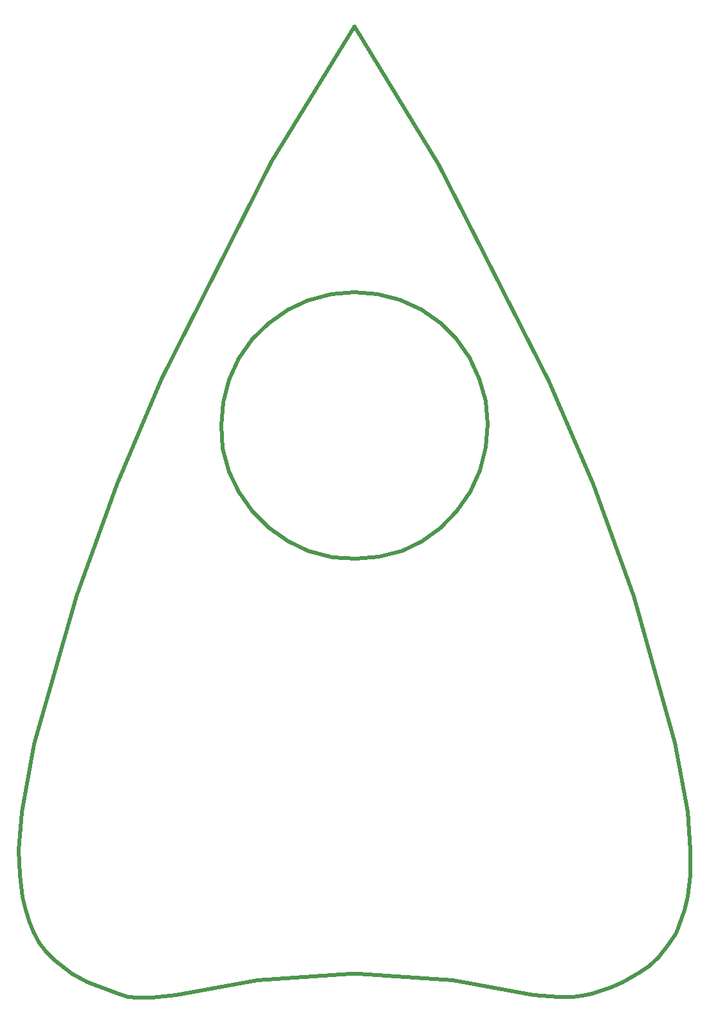
<source format=gbr>
G04 ( created by brdgerber.py ( brdgerber.py v0.1 2014-03-12 ) ) date 2021-05-05 23:48:49 EDT*
G04 Gerber Fmt 3.4, Leading zero omitted, Abs format*
%MOIN*%
%FSLAX34Y34*%
G01*
G70*
G90*
G04 APERTURE LIST*
%ADD15C,0.0000*%
%ADD18C,0.0200*%
%ADD10R,0.0550X0.0550*%
%ADD20R,0.0629X0.0709*%
%ADD19C,0.0059*%
%ADD13R,0.0590X0.0354*%
%ADD22R,0.0709X0.0629*%
%ADD23C,0.0100*%
%ADD11C,0.0550*%
%ADD14C,0.0032*%
%ADD12C,0.0120*%
%ADD21C,0.0060*%
%ADD17R,0.0354X0.0590*%
%ADD16C,0.0050*%
G04 APERTURE END LIST*
G54D15*
D18*
G01X-38500Y14100D02*
G01X-36200Y19550D01*
D18*
G01X-33050Y15950D02*
G01X-33100Y17150D01*
D18*
G01X-32700Y14750D02*
G01X-33050Y15950D01*
D18*
G01X-32200Y13700D02*
G01X-32700Y14750D01*
D18*
G01X-31500Y12700D02*
G01X-32200Y13700D01*
D18*
G01X-30650Y11850D02*
G01X-31500Y12700D01*
D18*
G01X-29650Y11150D02*
G01X-30650Y11850D01*
D18*
G01X-28600Y10650D02*
G01X-29650Y11150D01*
D18*
G01X-27350Y10300D02*
G01X-28600Y10650D01*
D18*
G01X-26150Y10250D02*
G01X-27350Y10300D01*
D18*
G01X-24950Y10350D02*
G01X-26150Y10250D01*
D18*
G01X-23750Y10650D02*
G01X-24950Y10350D01*
D18*
G01X-22700Y11150D02*
G01X-23750Y10650D01*
D18*
G01X-21750Y11850D02*
G01X-22700Y11150D01*
D18*
G01X-20900Y12700D02*
G01X-21750Y11850D01*
D18*
G01X-20200Y13700D02*
G01X-20900Y12700D01*
D18*
G01X-19700Y14800D02*
G01X-20200Y13700D01*
D18*
G01X-19400Y16000D02*
G01X-19700Y14800D01*
D18*
G01X-19300Y17200D02*
G01X-19400Y16000D01*
D18*
G01X-19400Y18400D02*
G01X-19300Y17200D01*
D18*
G01X-19750Y19550D02*
G01X-19400Y18400D01*
D18*
G01X-20250Y20650D02*
G01X-19750Y19550D01*
D18*
G01X-20950Y21650D02*
G01X-20250Y20650D01*
D18*
G01X-21750Y22450D02*
G01X-20950Y21650D01*
D18*
G01X-22750Y23150D02*
G01X-21750Y22450D01*
D18*
G01X-23850Y23650D02*
G01X-22750Y23150D01*
D18*
G01X-25000Y23950D02*
G01X-23850Y23650D01*
D18*
G01X-33100Y17150D02*
G01X-33000Y18350D01*
D18*
G01X-33000Y18350D02*
G01X-32700Y19500D01*
D18*
G01X-32700Y19500D02*
G01X-32200Y20600D01*
D18*
G01X-32200Y20600D02*
G01X-31500Y21600D01*
D18*
G01X-31500Y21600D02*
G01X-30650Y22450D01*
D18*
G01X-30650Y22450D02*
G01X-29650Y23150D01*
D18*
G01X-29650Y23150D02*
G01X-28650Y23600D01*
D18*
G01X-28650Y23600D02*
G01X-27400Y23950D01*
D18*
G01X-27400Y23950D02*
G01X-26200Y24050D01*
D18*
G01X-26200Y24050D02*
G01X-25000Y23950D01*
D18*
G01X-36200Y19550D02*
G01X-30500Y30800D01*
D18*
G01X-30500Y30800D02*
G01X-26200Y37800D01*
D18*
G01X-26200Y37800D02*
G01X-21850Y30650D01*
D18*
G01X-21850Y30650D02*
G01X-16150Y19450D01*
D18*
G01X-16150Y19450D02*
G01X-13850Y14100D01*
D18*
G01X-13850Y14100D02*
G01X-11750Y08300D01*
D18*
G01X-11750Y08300D02*
G01X-09600Y00700D01*
D18*
G01X-09600Y00700D02*
G01X-08950Y-02850D01*
D18*
G01X-08950Y-02850D02*
G01X-08800Y-04850D01*
D18*
G01X-08800Y-04850D02*
G01X-08800Y-06150D01*
D18*
G01X-08800Y-06150D02*
G01X-08950Y-07250D01*
D18*
G01X-08950Y-07250D02*
G01X-09100Y-07950D01*
D18*
G01X-09100Y-07950D02*
G01X-09550Y-09150D01*
D18*
G01X-09550Y-09150D02*
G01X-09900Y-09700D01*
D18*
G01X-09900Y-09700D02*
G01X-10450Y-10400D01*
D18*
G01X-10450Y-10400D02*
G01X-10950Y-10850D01*
D18*
G01X-10950Y-10850D02*
G01X-11450Y-11200D01*
D18*
G01X-11450Y-11200D02*
G01X-12300Y-11700D01*
D18*
G01X-12300Y-11700D02*
G01X-12900Y-11950D01*
D18*
G01X-12900Y-11950D02*
G01X-13900Y-12300D01*
D18*
G01X-13900Y-12300D02*
G01X-14400Y-12400D01*
D18*
G01X-14400Y-12400D02*
G01X-14900Y-12450D01*
D18*
G01X-14900Y-12450D02*
G01X-15650Y-12450D01*
D18*
G01X-15650Y-12450D02*
G01X-16950Y-12350D01*
D18*
G01X-16950Y-12350D02*
G01X-21100Y-11600D01*
D18*
G01X-21100Y-11600D02*
G01X-26000Y-11250D01*
D18*
G01X-26000Y-11250D02*
G01X-26400Y-11250D01*
D18*
G01X-26400Y-11250D02*
G01X-31250Y-11600D01*
D18*
G01X-31250Y-11600D02*
G01X-35450Y-12350D01*
D18*
G01X-35450Y-12350D02*
G01X-36700Y-12500D01*
D18*
G01X-36700Y-12500D02*
G01X-37450Y-12500D01*
D18*
G01X-37450Y-12500D02*
G01X-37950Y-12450D01*
D18*
G01X-37950Y-12450D02*
G01X-38450Y-12300D01*
D18*
G01X-38450Y-12300D02*
G01X-40050Y-11700D01*
D18*
G01X-40050Y-11700D02*
G01X-40850Y-11250D01*
D18*
G01X-40850Y-11250D02*
G01X-41750Y-10550D01*
D18*
G01X-41750Y-10550D02*
G01X-42200Y-10100D01*
D18*
G01X-42200Y-10100D02*
G01X-42550Y-09650D01*
D18*
G01X-42550Y-09650D02*
G01X-42850Y-09100D01*
D18*
G01X-42850Y-09100D02*
G01X-43050Y-08600D01*
D18*
G01X-43050Y-08600D02*
G01X-43250Y-07950D01*
D18*
G01X-43250Y-07950D02*
G01X-43400Y-07300D01*
D18*
G01X-43400Y-07300D02*
G01X-43550Y-06150D01*
D18*
G01X-43550Y-06150D02*
G01X-43600Y-04850D01*
D18*
G01X-43600Y-04850D02*
G01X-43450Y-02900D01*
D18*
G01X-43450Y-02900D02*
G01X-42800Y00650D01*
D18*
G01X-42800Y00650D02*
G01X-40600Y08300D01*
D18*
G01X-40600Y08300D02*
G01X-38500Y14100D01*
M02*

</source>
